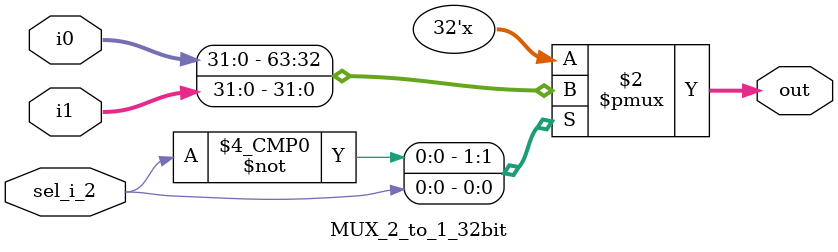
<source format=v>
`timescale 1ns / 1ps

// Create Date:    10:47:49 07/09/2014 
// Design Name:    KH32 & KH16
// Module Name:    MUX_2_to_1_32bit  
// Project Name:   Throughput Processor 
// Description:    This part is the MUX.
//
// Revision: 1.0v
//
//////////////////////////////////////////////////////////////////////////////////
module MUX_2_to_1_32bit(
sel_i_2,
out,
i0,
i1
    );

input [31:0] i0;
input [31:0] i1;
input sel_i_2;
output [31:0] out;


wire [31:0] i0;
wire [31:0] i1;
wire sel_i_2;
reg [31:0] out;

always@(*)
begin
	case(sel_i_2)
	1'b0:
		begin
			out = i0;
		end
	1'b1:
		begin
			out = i1;
		end
	endcase
end


endmodule

</source>
